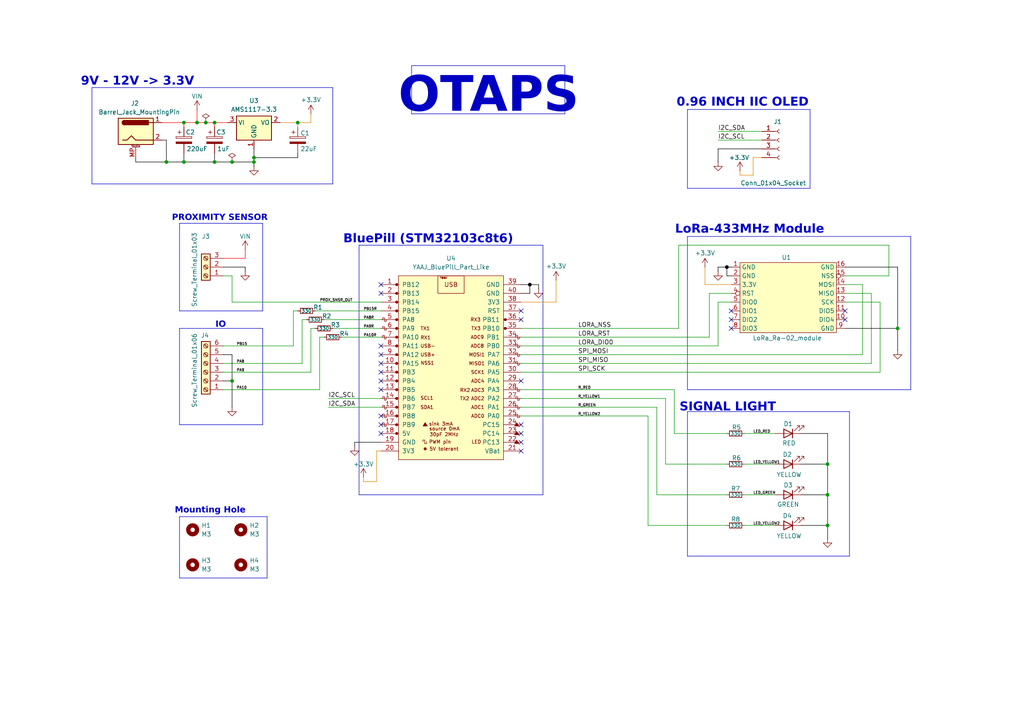
<source format=kicad_sch>
(kicad_sch (version 20231120) (generator "eeschema") (generator_version "8.0")
  (paper "A4")
  (title_block (title "OTAPS (Open Source Train Accident Prevention System)") (date "2024-07-18") (rev "1") (company "Ozonised") (comment 2 "License: GNU General Public License version 3") (comment 3 "GitHub: https://github.com/Ozonised/OTAPS") (comment 4 "Author: Farhan Khan"))
  (lib_symbols
    (symbol "Connector:Barrel_Jack_MountingPin" (pin_names hide)
      (property "Reference" "J" (at 0 5.334 0))
      (property "Value" "Barrel_Jack_MountingPin" (at 1.27 -6.35 0))
      (symbol "Barrel_Jack_MountingPin_0_1"
        (rectangle (start -5.08 3.81) (end 5.08 -3.81) (stroke (width 0.254)) (fill (type background)))
        (arc (start -3.302 3.175) (mid -3.9343 2.54) (end -3.302 1.905) (stroke (width 0.254)))
        (arc (start -3.302 3.175) (mid -3.9343 2.54) (end -3.302 1.905) (stroke (width 0.254)) (fill (type outline)))
        (polyline (pts (xy 5.08 2.54) (xy 3.81 2.54)) (stroke (width 0.254)))
        (polyline (pts (xy -3.81 -2.54) (xy -2.54 -2.54) (xy -1.27 -1.27) (xy 0 -2.54) (xy 2.54 -2.54) (xy 5.08 -2.54)) (stroke (width 0.254)))
        (rectangle (start 3.683 3.175) (end -3.302 1.905) (stroke (width 0.254)) (fill (type outline)))
      )
      (symbol "Barrel_Jack_MountingPin_1_1"
        (polyline (pts (xy -1.016 -4.572) (xy 1.016 -4.572)) (stroke (width 0.1524)))
        (text "Mounting" (at 0 -4.191 0) (effects (font (size 0.381 0.381))))
        (pin passive line (at 7.62 2.54 180) (length 2.54) (name "~") (number "1"))
        (pin passive line (at 7.62 -2.54 180) (length 2.54) (name "~") (number "2"))
        (pin passive line (at 0 -7.62 90) (length 3.048) (name "MountPin") (number "MP"))
      )
    )
    (symbol "Connector:Conn_01x04_Socket" (pin_names (offset 1.016) hide)
      (property "Reference" "J" (at 0 5.08 0))
      (property "Value" "Conn_01x04_Socket" (at 0 -7.62 0))
      (symbol "Conn_01x04_Socket_1_1"
        (arc (start 0 -4.572) (mid -0.5058 -5.08) (end 0 -5.588) (stroke (width 0.1524)))
        (arc (start 0 -2.032) (mid -0.5058 -2.54) (end 0 -3.048) (stroke (width 0.1524)))
        (polyline (pts (xy -1.27 -5.08) (xy -0.508 -5.08)) (stroke (width 0.1524)))
        (polyline (pts (xy -1.27 -2.54) (xy -0.508 -2.54)) (stroke (width 0.1524)))
        (polyline (pts (xy -1.27 0) (xy -0.508 0)) (stroke (width 0.1524)))
        (polyline (pts (xy -1.27 2.54) (xy -0.508 2.54)) (stroke (width 0.1524)))
        (arc (start 0 0.508) (mid -0.5058 0) (end 0 -0.508) (stroke (width 0.1524)))
        (arc (start 0 3.048) (mid -0.5058 2.54) (end 0 2.032) (stroke (width 0.1524)))
        (pin passive line (at -5.08 2.54 0) (length 3.81) (name "Pin_1") (number "1"))
        (pin passive line (at -5.08 0 0) (length 3.81) (name "Pin_2") (number "2"))
        (pin passive line (at -5.08 -2.54 0) (length 3.81) (name "Pin_3") (number "3"))
        (pin passive line (at -5.08 -5.08 0) (length 3.81) (name "Pin_4") (number "4"))
      )
    )
    (symbol "Connector:Screw_Terminal_01x03" (pin_names (offset 1.016) hide)
      (property "Reference" "J" (at 0 5.08 0))
      (property "Value" "Screw_Terminal_01x03" (at 0 -5.08 0))
      (symbol "Screw_Terminal_01x03_1_1"
        (rectangle (start -1.27 3.81) (end 1.27 -3.81) (stroke (width 0.254)) (fill (type background)))
        (circle (center 0 -2.54) (radius 0.635) (stroke (width 0.1524)))
        (polyline (pts (xy -0.5334 -2.2098) (xy 0.3302 -3.048)) (stroke (width 0.1524)))
        (polyline (pts (xy -0.5334 0.3302) (xy 0.3302 -0.508)) (stroke (width 0.1524)))
        (polyline (pts (xy -0.5334 2.8702) (xy 0.3302 2.032)) (stroke (width 0.1524)))
        (polyline (pts (xy -0.3556 -2.032) (xy 0.508 -2.8702)) (stroke (width 0.1524)))
        (polyline (pts (xy -0.3556 0.508) (xy 0.508 -0.3302)) (stroke (width 0.1524)))
        (polyline (pts (xy -0.3556 3.048) (xy 0.508 2.2098)) (stroke (width 0.1524)))
        (circle (center 0 0) (radius 0.635) (stroke (width 0.1524)))
        (circle (center 0 2.54) (radius 0.635) (stroke (width 0.1524)))
        (pin passive line (at -5.08 2.54 0) (length 3.81) (name "Pin_1") (number "1"))
        (pin passive line (at -5.08 0 0) (length 3.81) (name "Pin_2") (number "2"))
        (pin passive line (at -5.08 -2.54 0) (length 3.81) (name "Pin_3") (number "3"))
      )
    )
    (symbol "Connector:Screw_Terminal_01x06" (pin_names (offset 1.016) hide)
      (property "Reference" "J" (at 0 7.62 0))
      (property "Value" "Screw_Terminal_01x06" (at 0 -10.16 0))
      (symbol "Screw_Terminal_01x06_1_1"
        (rectangle (start -1.27 6.35) (end 1.27 -8.89) (stroke (width 0.254)) (fill (type background)))
        (circle (center 0 -7.62) (radius 0.635) (stroke (width 0.1524)))
        (circle (center 0 -5.08) (radius 0.635) (stroke (width 0.1524)))
        (circle (center 0 -2.54) (radius 0.635) (stroke (width 0.1524)))
        (polyline (pts (xy -0.5334 -7.2898) (xy 0.3302 -8.128)) (stroke (width 0.1524)))
        (polyline (pts (xy -0.5334 -4.7498) (xy 0.3302 -5.588)) (stroke (width 0.1524)))
        (polyline (pts (xy -0.5334 -2.2098) (xy 0.3302 -3.048)) (stroke (width 0.1524)))
        (polyline (pts (xy -0.5334 0.3302) (xy 0.3302 -0.508)) (stroke (width 0.1524)))
        (polyline (pts (xy -0.5334 2.8702) (xy 0.3302 2.032)) (stroke (width 0.1524)))
        (polyline (pts (xy -0.5334 5.4102) (xy 0.3302 4.572)) (stroke (width 0.1524)))
        (polyline (pts (xy -0.3556 -7.112) (xy 0.508 -7.9502)) (stroke (width 0.1524)))
        (polyline (pts (xy -0.3556 -4.572) (xy 0.508 -5.4102)) (stroke (width 0.1524)))
        (polyline (pts (xy -0.3556 -2.032) (xy 0.508 -2.8702)) (stroke (width 0.1524)))
        (polyline (pts (xy -0.3556 0.508) (xy 0.508 -0.3302)) (stroke (width 0.1524)))
        (polyline (pts (xy -0.3556 3.048) (xy 0.508 2.2098)) (stroke (width 0.1524)))
        (polyline (pts (xy -0.3556 5.588) (xy 0.508 4.7498)) (stroke (width 0.1524)))
        (circle (center 0 0) (radius 0.635) (stroke (width 0.1524)))
        (circle (center 0 2.54) (radius 0.635) (stroke (width 0.1524)))
        (circle (center 0 5.08) (radius 0.635) (stroke (width 0.1524)))
        (pin passive line (at -5.08 5.08 0) (length 3.81) (name "Pin_1") (number "1"))
        (pin passive line (at -5.08 2.54 0) (length 3.81) (name "Pin_2") (number "2"))
        (pin passive line (at -5.08 0 0) (length 3.81) (name "Pin_3") (number "3"))
        (pin passive line (at -5.08 -2.54 0) (length 3.81) (name "Pin_4") (number "4"))
        (pin passive line (at -5.08 -5.08 0) (length 3.81) (name "Pin_5") (number "5"))
        (pin passive line (at -5.08 -7.62 0) (length 3.81) (name "Pin_6") (number "6"))
      )
    )
    (symbol "Device:C_Polarized" (pin_numbers hide) (pin_names (offset 0.254))
      (property "Reference" "C" (at 0.635 2.54 0))
      (property "Value" "C_Polarized" (at 0.635 -2.54 0))
      (symbol "C_Polarized_0_1"
        (rectangle (start -2.286 0.508) (end 2.286 1.016))
        (polyline (pts (xy -1.778 2.286) (xy -0.762 2.286)))
        (polyline (pts (xy -1.27 2.794) (xy -1.27 1.778)))
        (rectangle (start 2.286 -0.508) (end -2.286 -1.016) (fill (type outline)))
      )
      (symbol "C_Polarized_1_1"
        (pin passive line (at 0 3.81 270) (length 2.794) (name "~") (number "1"))
        (pin passive line (at 0 -3.81 90) (length 2.794) (name "~") (number "2"))
      )
    )
    (symbol "Device:LED" (pin_numbers hide) (pin_names (offset 1.016) hide)
      (property "Reference" "D" (at 0 2.54 0))
      (property "Value" "LED" (at 0 -2.54 0))
      (symbol "LED_0_1"
        (polyline (pts (xy -1.27 -1.27) (xy -1.27 1.27)) (stroke (width 0.254)))
        (polyline (pts (xy -1.27 0) (xy 1.27 0)))
        (polyline (pts (xy 1.27 -1.27) (xy 1.27 1.27) (xy -1.27 0) (xy 1.27 -1.27)) (stroke (width 0.254)))
        (polyline (pts (xy -3.048 -0.762) (xy -4.572 -2.286) (xy -3.81 -2.286) (xy -4.572 -2.286) (xy -4.572 -1.524)))
        (polyline (pts (xy -1.778 -0.762) (xy -3.302 -2.286) (xy -2.54 -2.286) (xy -3.302 -2.286) (xy -3.302 -1.524)))
      )
      (symbol "LED_1_1"
        (pin passive line (at -3.81 0 0) (length 2.54) (name "K") (number "1"))
        (pin passive line (at 3.81 0 180) (length 2.54) (name "A") (number "2"))
      )
    )
    (symbol "Device:R_Small" (pin_numbers hide) (pin_names (offset 0.254) hide)
      (property "Reference" "R" (at 0.762 0.508 0))
      (property "Value" "R_Small" (at 0.762 -1.016 0))
      (symbol "R_Small_0_1"
        (rectangle (start -0.762 1.778) (end 0.762 -1.778) (stroke (width 0.2032)))
      )
      (symbol "R_Small_1_1"
        (pin passive line (at 0 2.54 270) (length 0.762) (name "~") (number "1"))
        (pin passive line (at 0 -2.54 90) (length 0.762) (name "~") (number "2"))
      )
    )
    (symbol "Lora Module:LoRa_Ra-02_module"
      (property "Reference" "U" (at 0 11.43 0))
      (property "Value" "LoRa_Ra-02_module" (at 0.508 -11.938 0))
      (symbol "LoRa_Ra-02_module_0_0"
        (pin power_in line (at -16.51 8.89 0) (length 2.54) (name "GND") (number "1"))
        (pin output line (at 16.51 -6.35 180) (length 2.54) (name "DIO4") (number "10"))
        (pin output line (at 16.51 -3.81 180) (length 2.54) (name "DIO5") (number "11"))
        (pin input line (at 16.51 -1.27 180) (length 2.54) (name "SCK") (number "12"))
        (pin output line (at 16.51 1.27 180) (length 2.54) (name "MISO") (number "13"))
        (pin input line (at 16.51 3.81 180) (length 2.54) (name "MOSI") (number "14"))
        (pin input inverted (at 16.51 6.35 180) (length 2.54) (name "NSS") (number "15"))
        (pin power_in line (at 16.51 8.89 180) (length 2.54) (name "GND") (number "16"))
        (pin power_in line (at -16.51 6.35 0) (length 2.54) (name "GND") (number "2"))
        (pin power_in line (at -16.51 3.81 0) (length 2.54) (name "3.3V") (number "3"))
        (pin input inverted (at -16.51 1.27 0) (length 2.54) (name "RST") (number "4"))
        (pin output line (at -16.51 -1.27 0) (length 2.54) (name "DIO0") (number "5"))
        (pin output line (at -16.51 -3.81 0) (length 2.54) (name "DIO1") (number "6"))
        (pin output line (at -16.51 -6.35 0) (length 2.54) (name "DIO2") (number "7"))
        (pin output line (at -16.51 -8.89 0) (length 2.54) (name "DIO3") (number "8"))
        (pin power_in line (at 16.51 -8.89 180) (length 2.54) (name "GND") (number "9"))
      )
      (symbol "LoRa_Ra-02_module_0_1"
        (rectangle (start -13.97 10.16) (end 13.97 -10.16) (fill (type background)))
      )
    )
    (symbol "Mechanical:MountingHole" (pin_names (offset 1.016)) (exclude_from_sim yes) (in_bom no)
      (property "Reference" "H" (at 0 5.08 0))
      (property "Value" "MountingHole" (at 0 3.175 0))
      (symbol "MountingHole_0_1"
        (circle (center 0 0) (radius 1.27) (stroke (width 1.27)))
      )
    )
    (symbol "Regulator_Linear:AMS1117-3.3"
      (property "Reference" "U" (at -3.81 3.175 0))
      (property "Value" "AMS1117-3.3" (at 0 3.175 0))
      (symbol "AMS1117-3.3_0_1"
        (rectangle (start -5.08 -5.08) (end 5.08 1.905) (stroke (width 0.254)) (fill (type background)))
      )
      (symbol "AMS1117-3.3_1_1"
        (pin power_in line (at 0 -7.62 90) (length 2.54) (name "GND") (number "1"))
        (pin power_out line (at 7.62 0 180) (length 2.54) (name "VO") (number "2"))
        (pin power_in line (at -7.62 0 0) (length 2.54) (name "VI") (number "3"))
      )
    )
    (symbol "STM32_BluePill:YAAJ_BluePill_Part_Like" (pin_names (offset 1.016))
      (property "Reference" "U" (at 0 27.178 0))
      (property "Value" "YAAJ_BluePill_Part_Like" (at 0 2.54 90))
      (symbol "YAAJ_BluePill_Part_Like_0_0"
        (circle (center -15.748 -20.32) (radius 0.3556) (fill (type outline)))
        (circle (center -15.748 -17.78) (radius 0.3556) (fill (type outline)))
        (circle (center -15.748 -15.24) (radius 0.3556) (fill (type outline)))
        (circle (center -15.748 -12.7) (radius 0.3556) (fill (type outline)))
        (circle (center -15.748 -10.16) (radius 0.3556) (fill (type outline)))
        (circle (center -15.748 -7.62) (radius 0.3556) (fill (type outline)))
        (circle (center -15.748 -5.08) (radius 0.3556) (fill (type outline)))
        (circle (center -15.748 -2.54) (radius 0.3556) (fill (type outline)))
        (circle (center -15.748 0) (radius 0.3556) (fill (type outline)))
        (circle (center -15.748 2.54) (radius 0.3556) (fill (type outline)))
        (circle (center -15.748 5.08) (radius 0.3556) (fill (type outline)))
        (circle (center -15.748 7.62) (radius 0.3556) (fill (type outline)))
        (circle (center -15.748 10.16) (radius 0.3556) (fill (type outline)))
        (circle (center -15.748 12.7) (radius 0.3556) (fill (type outline)))
        (circle (center -15.748 15.24) (radius 0.3556) (fill (type outline)))
        (circle (center -15.748 17.78) (radius 0.3556) (fill (type outline)))
        (circle (center -15.748 22.86) (radius 0.3556) (fill (type outline)))
        (circle (center -7.493 -24.765) (radius 0.127) (fill (type outline)))
        (circle (center -7.493 -24.765) (radius 0.254))
        (circle (center -7.493 -24.765) (radius 0.3556))
        (polyline (pts (xy -8.128 -18.161) (xy -7.493 -17.145) (xy -6.858 -18.161) (xy -8.128 -18.161) (xy -7.493 -17.272) (xy -6.985 -18.161) (xy -8.001 -18.034) (xy -7.493 -17.399) (xy -7.112 -18.161) (xy -7.874 -17.907) (xy -7.366 -17.526) (xy -7.239 -18.161) (xy -7.747 -17.78) (xy -7.239 -17.653) (xy -7.366 -18.034) (xy -7.62 -17.78) (xy -7.366 -17.907) (xy -7.493 -17.653)))
        (polyline (pts (xy 18.415 -23.241) (xy 19.05 -22.225) (xy 19.685 -23.241) (xy 18.415 -23.241) (xy 19.05 -22.352) (xy 19.558 -23.241) (xy 18.542 -23.114) (xy 19.05 -22.479) (xy 19.431 -23.241) (xy 18.669 -22.987) (xy 19.177 -22.606) (xy 19.304 -23.241) (xy 18.796 -22.86) (xy 19.304 -22.733) (xy 19.177 -23.114) (xy 18.923 -22.86) (xy 19.177 -22.987) (xy 19.05 -22.733)))
        (polyline (pts (xy 18.415 -20.701) (xy 19.05 -19.685) (xy 19.685 -20.701) (xy 18.415 -20.701) (xy 19.05 -19.812) (xy 19.558 -20.701) (xy 18.542 -20.574) (xy 19.05 -19.939) (xy 19.431 -20.701) (xy 18.669 -20.447) (xy 19.177 -20.066) (xy 19.304 -20.701) (xy 18.796 -20.32) (xy 19.304 -20.193) (xy 19.177 -20.574) (xy 18.923 -20.32) (xy 19.177 -20.447) (xy 19.05 -20.193)))
        (polyline (pts (xy 18.415 -18.161) (xy 19.05 -17.145) (xy 19.685 -18.161) (xy 18.415 -18.161) (xy 19.05 -17.272) (xy 19.558 -18.161) (xy 18.542 -18.034) (xy 19.05 -17.399) (xy 19.431 -18.161) (xy 18.669 -17.907) (xy 19.177 -17.526) (xy 19.304 -18.161) (xy 18.796 -17.78) (xy 19.304 -17.653) (xy 19.177 -18.034) (xy 18.923 -17.78) (xy 19.177 -17.907) (xy 19.05 -17.653)))
        (circle (center 15.748 10.16) (radius 0.254) (fill (type outline)))
        (circle (center 15.748 10.16) (radius 0.3556))
        (circle (center 15.748 12.7) (radius 0.254) (fill (type outline)))
        (circle (center 15.748 12.7) (radius 0.3556))
        (text "30pF 2MHz" (at -2.032 -20.574 0) (effects (font (size 0.9906 0.9906))))
        (text "5V tolerant" (at -2.032 -24.765 0) (effects (font (size 0.9906 0.9906))))
        (text "ADC0" (at 7.747 -15.24 0) (effects (font (size 0.9906 0.9906))))
        (text "ADC1" (at 7.747 -12.7 0) (effects (font (size 0.9906 0.9906))))
        (text "ADC2" (at 7.747 -10.16 0) (effects (font (size 0.9906 0.9906))))
        (text "ADC3" (at 7.747 -7.747 0) (effects (font (size 0.9906 0.9906))))
        (text "ADC4" (at 7.747 -5.08 0) (effects (font (size 0.9906 0.9906))))
        (text "ADC8" (at 7.62 5.08 0) (effects (font (size 0.9906 0.9906))))
        (text "ADC9" (at 7.62 7.62 0) (effects (font (size 0.9906 0.9906))))
        (text "LED" (at 7.366 -22.733 0) (effects (font (size 0.9906 0.9906))))
        (text "MISO1" (at 7.493 0 0) (effects (font (size 0.9906 0.9906))))
        (text "MOSI1" (at 7.493 2.54 0) (effects (font (size 0.9906 0.9906))))
        (text "NSS1" (at -6.858 0.127 0) (effects (font (size 0.9906 0.9906))))
        (text "PWM pin" (at -3.175 -22.733 0) (effects (font (size 0.9906 0.9906))))
        (text "RX1" (at -7.366 7.493 0) (effects (font (size 0.9906 0.9906))))
        (text "RX2" (at 4.064 -7.747 0) (effects (font (size 0.9906 0.9906))))
        (text "RX3" (at 7.112 12.7 0) (effects (font (size 0.9906 0.9906))))
        (text "SCK1" (at 7.747 -2.54 0) (effects (font (size 0.9906 0.9906))))
        (text "SCL1" (at -6.985 -10.033 0) (effects (font (size 0.9906 0.9906))))
        (text "SDA1" (at -6.985 -12.7 0) (effects (font (size 0.9906 0.9906))))
        (text "sink 3mA" (at -2.921 -17.526 0) (effects (font (size 0.9906 0.9906))))
        (text "source 0mA" (at -1.905 -18.923 0) (effects (font (size 0.9906 0.9906))))
        (text "TX1" (at -7.493 10.16 0) (effects (font (size 0.9906 0.9906))))
        (text "TX2" (at 3.937 -10.16 0) (effects (font (size 0.9906 0.9906))))
        (text "TX3" (at 7.239 10.16 0) (effects (font (size 0.9906 0.9906))))
        (text "USB" (at 0 22.86 0) (effects (font (size 1.27 1.27))))
        (text "USB+" (at -6.731 2.54 0) (effects (font (size 0.9906 0.9906))))
        (text "USB-" (at -6.731 5.08 0) (effects (font (size 0.9906 0.9906))))
        (text "Y@@J" (at -2.159 24.892 0) (effects (font (size 0.508 0.508))))
      )
      (symbol "YAAJ_BluePill_Part_Like_0_1"
        (rectangle (start -15.24 25.4) (end 15.24 -27.94) (fill (type background)))
        (polyline (pts (xy -18.796 -17.78) (xy -18.796 -18.288) (xy -19.304 -18.288) (xy -19.304 -17.272) (xy -19.812 -17.272) (xy -19.812 -17.78)))
        (polyline (pts (xy -18.796 -15.24) (xy -18.796 -15.748) (xy -19.304 -15.748) (xy -19.304 -14.732) (xy -19.812 -14.732) (xy -19.812 -15.24)))
        (polyline (pts (xy -18.796 -12.7) (xy -18.796 -13.208) (xy -19.304 -13.208) (xy -19.304 -12.192) (xy -19.812 -12.192) (xy -19.812 -12.7)))
        (polyline (pts (xy -18.796 -10.16) (xy -18.796 -10.668) (xy -19.304 -10.668) (xy -19.304 -9.652) (xy -19.812 -9.652) (xy -19.812 -10.16)))
        (polyline (pts (xy -18.796 7.62) (xy -18.796 7.112) (xy -19.304 7.112) (xy -19.304 8.128) (xy -19.812 8.128) (xy -19.812 7.62)))
        (polyline (pts (xy -18.796 10.16) (xy -18.796 9.652) (xy -19.304 9.652) (xy -19.304 10.668) (xy -19.812 10.668) (xy -19.812 10.16)))
        (polyline (pts (xy -18.796 12.7) (xy -18.796 12.192) (xy -19.304 12.192) (xy -19.304 13.208) (xy -19.812 13.208) (xy -19.812 12.7)))
        (polyline (pts (xy -7.112 -22.733) (xy -7.112 -23.241) (xy -7.62 -23.241) (xy -7.62 -22.225) (xy -8.128 -22.225) (xy -8.128 -22.733)))
        (polyline (pts (xy 19.812 -15.24) (xy 19.812 -15.748) (xy 19.304 -15.748) (xy 19.304 -14.732) (xy 18.796 -14.732) (xy 18.796 -15.24)))
        (polyline (pts (xy 19.812 -12.7) (xy 19.812 -13.208) (xy 19.304 -13.208) (xy 19.304 -12.192) (xy 18.796 -12.192) (xy 18.796 -12.7)))
        (polyline (pts (xy 19.812 -10.16) (xy 19.812 -10.668) (xy 19.304 -10.668) (xy 19.304 -9.652) (xy 18.796 -9.652) (xy 18.796 -10.16)))
        (polyline (pts (xy 19.812 -7.62) (xy 19.812 -8.128) (xy 19.304 -8.128) (xy 19.304 -7.112) (xy 18.796 -7.112) (xy 18.796 -7.62)))
        (polyline (pts (xy 19.812 0) (xy 19.812 -0.508) (xy 19.304 -0.508) (xy 19.304 0.508) (xy 18.796 0.508) (xy 18.796 0)))
        (polyline (pts (xy 19.812 2.54) (xy 19.812 2.032) (xy 19.304 2.032) (xy 19.304 3.048) (xy 18.796 3.048) (xy 18.796 2.54)))
        (polyline (pts (xy 19.812 5.08) (xy 19.812 4.572) (xy 19.304 4.572) (xy 19.304 5.588) (xy 18.796 5.588) (xy 18.796 5.08)))
        (polyline (pts (xy 19.812 7.62) (xy 19.812 7.112) (xy 19.304 7.112) (xy 19.304 8.128) (xy 18.796 8.128) (xy 18.796 7.62)))
        (rectangle (start 3.81 25.4) (end -3.81 20.32))
      )
      (symbol "YAAJ_BluePill_Part_Like_1_1"
        (circle (center -15.748 20.32) (radius 0.3556) (fill (type outline)))
        (pin bidirectional line (at -20.32 22.86 0) (length 5.08) (name "PB12") (number "1"))
        (pin bidirectional line (at -20.32 0 0) (length 5.08) (name "PA15") (number "10"))
        (pin bidirectional line (at -20.32 -2.54 0) (length 5.08) (name "PB3") (number "11"))
        (pin bidirectional line (at -20.32 -5.08 0) (length 5.08) (name "PB4") (number "12"))
        (pin bidirectional line (at -20.32 -7.62 0) (length 5.08) (name "PB5") (number "13"))
        (pin bidirectional line (at -20.32 -10.16 0) (length 5.08) (name "PB6") (number "14"))
        (pin bidirectional line (at -20.32 -12.7 0) (length 5.08) (name "PB7") (number "15"))
        (pin bidirectional line (at -20.32 -15.24 0) (length 5.08) (name "PB8") (number "16"))
        (pin bidirectional line (at -20.32 -17.78 0) (length 5.08) (name "PB9") (number "17"))
        (pin power_in line (at -20.32 -20.32 0) (length 5.08) (name "5V") (number "18"))
        (pin power_in line (at -20.32 -22.86 0) (length 5.08) (name "GND") (number "19"))
        (pin bidirectional line (at -20.32 20.32 0) (length 5.08) (name "PB13") (number "2"))
        (pin power_in line (at -20.32 -25.4 0) (length 5.08) (name "3V3") (number "20"))
        (pin power_in line (at 20.32 -25.4 180) (length 5.08) (name "VBat") (number "21"))
        (pin bidirectional line (at 20.32 -22.86 180) (length 5.08) (name "PC13") (number "22"))
        (pin bidirectional line (at 20.32 -20.32 180) (length 5.08) (name "PC14") (number "23"))
        (pin bidirectional line (at 20.32 -17.78 180) (length 5.08) (name "PC15") (number "24"))
        (pin bidirectional line (at 20.32 -15.24 180) (length 5.08) (name "PA0") (number "25"))
        (pin bidirectional line (at 20.32 -12.7 180) (length 5.08) (name "PA1") (number "26"))
        (pin bidirectional line (at 20.32 -10.16 180) (length 5.08) (name "PA2") (number "27"))
        (pin bidirectional line (at 20.32 -7.62 180) (length 5.08) (name "PA3") (number "28"))
        (pin bidirectional line (at 20.32 -5.08 180) (length 5.08) (name "PA4") (number "29"))
        (pin bidirectional line (at -20.32 17.78 0) (length 5.08) (name "PB14") (number "3"))
        (pin bidirectional line (at 20.32 -2.54 180) (length 5.08) (name "PA5") (number "30"))
        (pin bidirectional line (at 20.32 0 180) (length 5.08) (name "PA6") (number "31"))
        (pin bidirectional line (at 20.32 2.54 180) (length 5.08) (name "PA7") (number "32"))
        (pin bidirectional line (at 20.32 5.08 180) (length 5.08) (name "PB0") (number "33"))
        (pin bidirectional line (at 20.32 7.62 180) (length 5.08) (name "PB1") (number "34"))
        (pin bidirectional line (at 20.32 10.16 180) (length 5.08) (name "PB10") (number "35"))
        (pin bidirectional line (at 20.32 12.7 180) (length 5.08) (name "PB11") (number "36"))
        (pin input line (at 20.32 15.24 180) (length 5.08) (name "RST") (number "37"))
        (pin power_in line (at 20.32 17.78 180) (length 5.08) (name "3V3") (number "38"))
        (pin power_in line (at 20.32 22.86 180) (length 5.08) (name "GND") (number "39"))
        (pin bidirectional line (at -20.32 15.24 0) (length 5.08) (name "PB15") (number "4"))
        (pin power_in line (at 20.32 20.32 180) (length 5.08) (name "GND") (number "40"))
        (pin bidirectional line (at -20.32 12.7 0) (length 5.08) (name "PA8") (number "5"))
        (pin bidirectional line (at -20.32 10.16 0) (length 5.08) (name "PA9") (number "6"))
        (pin bidirectional line (at -20.32 7.62 0) (length 5.08) (name "PA10") (number "7"))
        (pin bidirectional line (at -20.32 5.08 0) (length 5.08) (name "PA11") (number "8"))
        (pin bidirectional line (at -20.32 2.54 0) (length 5.08) (name "PA12") (number "9"))
      )
    )
    (symbol "power:+3.3V" (power) (pin_numbers hide) (pin_names (offset 0) hide)
      (property "Value" "+3.3V" (at 0 3.556 0))
      (symbol "+3.3V_0_1"
        (polyline (pts (xy -0.762 1.27) (xy 0 2.54)))
        (polyline (pts (xy 0 0) (xy 0 2.54)))
        (polyline (pts (xy 0 2.54) (xy 0.762 1.27)))
      )
      (symbol "+3.3V_1_1"
        (pin power_in line (at 0 0 90) (length 0) (name "~") (number "1"))
      )
    )
    (symbol "power:GND" (power) (pin_numbers hide) (pin_names (offset 0) hide)
      (property "Value" "GND" (at 0 -3.81 0))
      (symbol "GND_0_1"
        (polyline (pts (xy 0 0) (xy 0 -1.27) (xy 1.27 -1.27) (xy 0 -2.54) (xy -1.27 -1.27) (xy 0 -1.27)))
      )
      (symbol "GND_1_1"
        (pin power_in line (at 0 0 270) (length 0) (name "~") (number "1"))
      )
    )
    (symbol "power:PWR_FLAG" (power) (pin_numbers hide) (pin_names (offset 0) hide)
      (property "Value" "PWR_FLAG" (at 0 3.81 0))
      (symbol "PWR_FLAG_0_0"
        (pin power_out line (at 0 0 90) (length 0) (name "~") (number "1"))
      )
      (symbol "PWR_FLAG_0_1"
        (polyline (pts (xy 0 0) (xy 0 1.27) (xy -1.016 1.905) (xy 0 2.54) (xy 1.016 1.905) (xy 0 1.27)))
      )
    )
    (symbol "power:VCC" (power) (pin_numbers hide) (pin_names (offset 0) hide)
      (property "Value" "VCC" (at 0 3.556 0))
      (symbol "VCC_0_1"
        (polyline (pts (xy -0.762 1.27) (xy 0 2.54)))
        (polyline (pts (xy 0 0) (xy 0 2.54)))
        (polyline (pts (xy 0 2.54) (xy 0.762 1.27)))
      )
      (symbol "VCC_1_1"
        (pin power_in line (at 0 0 90) (length 0) (name "~") (number "1"))
      )
    )
  )
  (junction (at 86.36 35.56))
  (junction (at 240.03 143.51))
  (junction (at 260.35 95.25))
  (junction (at 73.66 45.72))
  (junction (at 53.34 35.56))
  (junction (at 57.15 35.56))
  (junction (at 48.26 46.99))
  (junction (at 153.67 82.55) (color 0 0 0 1))
  (junction (at 62.23 35.56))
  (junction (at 240.03 152.4))
  (junction (at 67.31 110.49))
  (junction (at 73.66 46.99))
  (junction (at 240.03 134.62))
  (junction (at 67.31 46.99))
  (junction (at 62.23 46.99))
  (junction (at 53.34 46.99))
  (junction (at 59.69 35.56))
  (junction (at 210.82 77.47) (color 0 0 0 1))
  (no_connect (at 110.49 110.49))
  (no_connect (at 110.49 125.73))
  (no_connect (at 151.13 125.73))
  (no_connect (at 110.49 85.09))
  (no_connect (at 110.49 123.19))
  (no_connect (at 212.09 95.25))
  (no_connect (at 110.49 82.55))
  (no_connect (at 110.49 113.03))
  (no_connect (at 245.11 90.17))
  (no_connect (at 110.49 102.87))
  (no_connect (at 110.49 120.65))
  (no_connect (at 212.09 92.71))
  (no_connect (at 151.13 92.71))
  (no_connect (at 110.49 100.33))
  (no_connect (at 151.13 130.81))
  (no_connect (at 151.13 128.27))
  (no_connect (at 245.11 92.71))
  (no_connect (at 110.49 107.95))
  (no_connect (at 151.13 90.17))
  (no_connect (at 110.49 105.41))
  (no_connect (at 151.13 123.19))
  (no_connect (at 151.13 110.49))
  (no_connect (at 212.09 90.17))
  (wire (pts (xy 151.13 100.33) (xy 208.28 100.33)))
  (wire (pts (xy 204.47 77.47) (xy 204.47 82.55)) (stroke (width 0) (color 221 133 0 1)))
  (wire (pts (xy 193.04 115.57) (xy 193.04 134.62)))
  (wire (pts (xy 193.04 134.62) (xy 210.82 134.62)))
  (wire (pts (xy 232.41 125.73) (xy 240.03 125.73)) (stroke (width 0) (color 0 0 0 1)))
  (polyline (pts (xy 264.16 113.03) (xy 264.16 68.58)))
  (wire (pts (xy 208.28 43.18) (xy 220.98 43.18)) (stroke (width 0) (color 0 0 0 1)))
  (polyline (pts (xy 234.95 54.61) (xy 234.95 31.75)))
  (wire (pts (xy 215.9 134.62) (xy 224.79 134.62)))
  (wire (pts (xy 161.29 81.28) (xy 161.29 87.63)) (stroke (width 0) (color 221 133 0 1)))
  (wire (pts (xy 87.63 92.71) (xy 87.63 105.41)))
  (wire (pts (xy 240.03 125.73) (xy 240.03 134.62)) (stroke (width 0) (color 0 0 0 1)))
  (polyline (pts (xy 96.52 25.4) (xy 96.52 53.34)))
  (wire (pts (xy 156.21 82.55) (xy 156.21 83.82)) (stroke (width 0) (color 0 0 0 1)))
  (wire (pts (xy 62.23 46.99) (xy 67.31 46.99)) (stroke (width 0) (color 0 0 0 1)))
  (wire (pts (xy 204.47 82.55) (xy 212.09 82.55)) (stroke (width 0) (color 221 133 0 1)))
  (wire (pts (xy 93.98 92.71) (xy 110.49 92.71)))
  (polyline (pts (xy 199.39 113.03) (xy 264.16 113.03)))
  (wire (pts (xy 95.25 115.57) (xy 110.49 115.57)))
  (polyline (pts (xy 199.39 68.58) (xy 199.39 113.03)))
  (wire (pts (xy 151.13 82.55) (xy 153.67 82.55)) (stroke (width 0) (color 0 0 0 1)))
  (polyline (pts (xy 76.2 95.25) (xy 76.2 123.19)))
  (wire (pts (xy 109.22 139.7) (xy 105.41 139.7)) (stroke (width 0) (color 221 133 0 1)))
  (polyline (pts (xy 199.39 31.75) (xy 199.39 54.61)))
  (wire (pts (xy 91.44 95.25) (xy 90.17 95.25)))
  (polyline (pts (xy 52.07 95.25) (xy 76.2 95.25)))
  (wire (pts (xy 210.82 152.4) (xy 187.96 152.4)))
  (wire (pts (xy 240.03 134.62) (xy 240.03 143.51)) (stroke (width 0) (color 0 0 0 1)))
  (polyline (pts (xy 163.83 19.05) (xy 163.83 33.02)))
  (wire (pts (xy 62.23 35.56) (xy 62.23 36.83)) (stroke (width 0) (color 255 0 0 1)))
  (polyline (pts (xy 52.07 167.64) (xy 77.47 167.64)))
  (wire (pts (xy 92.71 113.03) (xy 92.71 97.79)))
  (polyline (pts (xy 163.83 33.02) (xy 119.38 33.02)))
  (wire (pts (xy 71.12 74.93) (xy 64.77 74.93)) (stroke (width 0) (color 255 0 0 1)))
  (wire (pts (xy 257.81 71.12) (xy 257.81 80.01)))
  (wire (pts (xy 151.13 118.11) (xy 190.5 118.11)))
  (wire (pts (xy 67.31 80.01) (xy 67.31 87.63)))
  (wire (pts (xy 105.41 139.7) (xy 105.41 138.43)) (stroke (width 0) (color 221 133 0 1)))
  (wire (pts (xy 245.11 80.01) (xy 257.81 80.01)))
  (polyline (pts (xy 52.07 64.77) (xy 52.07 66.04)))
  (wire (pts (xy 53.34 46.99) (xy 48.26 46.99)) (stroke (width 0) (color 0 0 0 1)))
  (wire (pts (xy 57.15 31.75) (xy 57.15 35.56)) (stroke (width 0) (color 255 0 0 1)))
  (wire (pts (xy 250.19 82.55) (xy 245.11 82.55)))
  (polyline (pts (xy 77.47 167.64) (xy 77.47 149.86)))
  (wire (pts (xy 39.37 46.99) (xy 48.26 46.99)) (stroke (width 0) (color 0 0 0 1)))
  (wire (pts (xy 260.35 95.25) (xy 260.35 101.6)) (stroke (width 0) (color 0 0 0 1)))
  (wire (pts (xy 218.44 45.72) (xy 218.44 50.8)) (stroke (width 0) (color 221 133 0 1)))
  (polyline (pts (xy 104.14 71.12) (xy 104.14 72.39)))
  (polyline (pts (xy 104.14 143.51) (xy 157.48 143.51)))
  (polyline (pts (xy 234.95 31.75) (xy 199.39 31.75)))
  (wire (pts (xy 232.41 143.51) (xy 240.03 143.51)) (stroke (width 0) (color 0 0 0 1)))
  (wire (pts (xy 196.85 71.12) (xy 257.81 71.12)))
  (wire (pts (xy 151.13 97.79) (xy 205.74 97.79)))
  (wire (pts (xy 212.09 87.63) (xy 208.28 87.63)))
  (wire (pts (xy 255.27 87.63) (xy 255.27 107.95)))
  (wire (pts (xy 64.77 100.33) (xy 85.09 100.33)))
  (wire (pts (xy 64.77 105.41) (xy 87.63 105.41)))
  (wire (pts (xy 210.82 77.47) (xy 212.09 77.47)) (stroke (width 0) (color 0 0 0 1)))
  (wire (pts (xy 67.31 46.99) (xy 73.66 46.99)) (stroke (width 0) (color 0 0 0 1)))
  (wire (pts (xy 151.13 87.63) (xy 161.29 87.63)) (stroke (width 0) (color 221 133 0 1)))
  (polyline (pts (xy 104.14 72.39) (xy 104.14 143.51)))
  (wire (pts (xy 90.17 35.56) (xy 86.36 35.56)) (stroke (width 0) (color 221 133 0 1)))
  (wire (pts (xy 73.66 43.18) (xy 73.66 45.72)) (stroke (width 0) (color 0 0 0 1)))
  (wire (pts (xy 187.96 152.4) (xy 187.96 120.65)))
  (wire (pts (xy 53.34 44.45) (xy 53.34 46.99)) (stroke (width 0) (color 0 0 0 1)))
  (wire (pts (xy 151.13 102.87) (xy 250.19 102.87)))
  (wire (pts (xy 67.31 110.49) (xy 67.31 118.11)) (stroke (width 0) (color 0 0 0 1)))
  (polyline (pts (xy 119.38 19.05) (xy 119.38 33.02)))
  (wire (pts (xy 99.06 97.79) (xy 110.49 97.79)))
  (wire (pts (xy 86.36 35.56) (xy 81.28 35.56)) (stroke (width 0) (color 221 133 0 1)))
  (wire (pts (xy 90.17 95.25) (xy 90.17 107.95)))
  (wire (pts (xy 245.11 87.63) (xy 255.27 87.63)))
  (wire (pts (xy 73.66 46.99) (xy 73.66 48.26)) (stroke (width 0) (color 0 0 0 1)))
  (wire (pts (xy 245.11 85.09) (xy 252.73 85.09)))
  (polyline (pts (xy 199.39 68.58) (xy 264.16 68.58)))
  (wire (pts (xy 240.03 143.51) (xy 240.03 152.4)) (stroke (width 0) (color 0 0 0 1)))
  (wire (pts (xy 64.77 102.87) (xy 67.31 102.87)) (stroke (width 0) (color 0 0 0 1)))
  (wire (pts (xy 151.13 95.25) (xy 196.85 95.25)))
  (polyline (pts (xy 96.52 53.34) (xy 26.67 53.34)))
  (polyline (pts (xy 76.2 123.19) (xy 52.07 123.19)))
  (wire (pts (xy 245.11 77.47) (xy 260.35 77.47)) (stroke (width 0) (color 0 0 0 1)))
  (wire (pts (xy 90.17 33.02) (xy 90.17 35.56)) (stroke (width 0) (color 221 133 0 1)))
  (wire (pts (xy 212.09 80.01) (xy 210.82 80.01)) (stroke (width 0) (color 0 0 0 1)))
  (wire (pts (xy 151.13 85.09) (xy 153.67 85.09)) (stroke (width 0) (color 0 0 0 1)))
  (wire (pts (xy 46.99 35.56) (xy 53.34 35.56)) (stroke (width 0) (color 255 0 0 1)))
  (wire (pts (xy 86.36 44.45) (xy 86.36 45.72)) (stroke (width 0) (color 0 0 0 1)))
  (wire (pts (xy 205.74 85.09) (xy 212.09 85.09)))
  (wire (pts (xy 95.25 118.11) (xy 110.49 118.11)))
  (wire (pts (xy 90.17 107.95) (xy 64.77 107.95)))
  (wire (pts (xy 71.12 77.47) (xy 64.77 77.47)) (stroke (width 0) (color 0 0 0 1)))
  (polyline (pts (xy 199.39 119.38) (xy 199.39 161.29)))
  (wire (pts (xy 240.03 152.4) (xy 240.03 156.21)) (stroke (width 0) (color 0 0 0 1)))
  (wire (pts (xy 62.23 35.56) (xy 66.04 35.56)) (stroke (width 0) (color 255 0 0 1)))
  (wire (pts (xy 85.09 100.33) (xy 85.09 90.17)))
  (wire (pts (xy 92.71 97.79) (xy 93.98 97.79)))
  (wire (pts (xy 190.5 143.51) (xy 210.82 143.51)))
  (wire (pts (xy 109.22 130.81) (xy 109.22 139.7)) (stroke (width 0) (color 221 133 0 1)))
  (polyline (pts (xy 52.07 66.04) (xy 52.07 90.17)))
  (wire (pts (xy 195.58 125.73) (xy 210.82 125.73)))
  (wire (pts (xy 220.98 45.72) (xy 218.44 45.72)) (stroke (width 0) (color 221 133 0 1)))
  (wire (pts (xy 67.31 80.01) (xy 64.77 80.01)))
  (wire (pts (xy 71.12 77.47) (xy 71.12 78.74)) (stroke (width 0) (color 0 0 0 1)))
  (polyline (pts (xy 199.39 119.38) (xy 246.38 119.38)))
  (wire (pts (xy 151.13 120.65) (xy 187.96 120.65)))
  (wire (pts (xy 39.37 46.99) (xy 39.37 45.72)) (stroke (width 0) (color 0 0 0 1)))
  (polyline (pts (xy 246.38 161.29) (xy 246.38 119.38)))
  (wire (pts (xy 110.49 130.81) (xy 109.22 130.81)) (stroke (width 0) (color 221 133 0 1)))
  (polyline (pts (xy 119.38 19.05) (xy 163.83 19.05)))
  (wire (pts (xy 62.23 44.45) (xy 62.23 46.99)) (stroke (width 0) (color 0 0 0 1)))
  (wire (pts (xy 208.28 38.1) (xy 220.98 38.1)))
  (wire (pts (xy 73.66 45.72) (xy 73.66 46.99)) (stroke (width 0) (color 0 0 0 1)))
  (wire (pts (xy 64.77 113.03) (xy 92.71 113.03)))
  (wire (pts (xy 87.63 92.71) (xy 88.9 92.71)))
  (wire (pts (xy 208.28 78.74) (xy 208.28 77.47)) (stroke (width 0) (color 0 0 0 1)))
  (wire (pts (xy 208.28 77.47) (xy 210.82 77.47)) (stroke (width 0) (color 0 0 0 1)))
  (wire (pts (xy 252.73 85.09) (xy 252.73 105.41)))
  (polyline (pts (xy 199.39 161.29) (xy 246.38 161.29)))
  (wire (pts (xy 151.13 115.57) (xy 193.04 115.57)))
  (polyline (pts (xy 26.67 25.4) (xy 26.67 53.34)))
  (wire (pts (xy 151.13 105.41) (xy 252.73 105.41)))
  (polyline (pts (xy 52.07 95.25) (xy 52.07 123.19)))
  (wire (pts (xy 190.5 118.11) (xy 190.5 143.51)))
  (wire (pts (xy 208.28 40.64) (xy 220.98 40.64)))
  (wire (pts (xy 85.09 90.17) (xy 86.36 90.17)))
  (wire (pts (xy 205.74 97.79) (xy 205.74 85.09)))
  (wire (pts (xy 91.44 90.17) (xy 110.49 90.17)))
  (wire (pts (xy 48.26 40.64) (xy 46.99 40.64)) (stroke (width 0) (color 0 0 0 1)))
  (wire (pts (xy 208.28 46.99) (xy 208.28 43.18)) (stroke (width 0) (color 0 0 0 1)))
  (wire (pts (xy 215.9 143.51) (xy 224.79 143.51)))
  (wire (pts (xy 232.41 152.4) (xy 240.03 152.4)) (stroke (width 0) (color 0 0 0 1)))
  (polyline (pts (xy 157.48 71.12) (xy 104.14 71.12)))
  (wire (pts (xy 250.19 102.87) (xy 250.19 82.55)))
  (wire (pts (xy 260.35 77.47) (xy 260.35 95.25)) (stroke (width 0) (color 0 0 0 1)))
  (wire (pts (xy 153.67 85.09) (xy 153.67 82.55)) (stroke (width 0) (color 0 0 0 1)))
  (wire (pts (xy 215.9 152.4) (xy 224.79 152.4)))
  (wire (pts (xy 196.85 95.25) (xy 196.85 71.12)))
  (wire (pts (xy 102.87 128.27) (xy 110.49 128.27)) (stroke (width 0) (color 0 0 0 1)))
  (wire (pts (xy 214.63 49.53) (xy 214.63 50.8)) (stroke (width 0) (color 221 133 0 1)))
  (wire (pts (xy 64.77 110.49) (xy 67.31 110.49)) (stroke (width 0) (color 0 0 0 1)))
  (wire (pts (xy 71.12 72.39) (xy 71.12 74.93)) (stroke (width 0) (color 255 0 0 1)))
  (wire (pts (xy 151.13 107.95) (xy 255.27 107.95)))
  (wire (pts (xy 208.28 87.63) (xy 208.28 100.33)))
  (wire (pts (xy 86.36 35.56) (xy 86.36 36.83)) (stroke (width 0) (color 221 133 0 1)))
  (wire (pts (xy 53.34 35.56) (xy 53.34 36.83)) (stroke (width 0) (color 255 0 0 1)))
  (wire (pts (xy 218.44 50.8) (xy 214.63 50.8)) (stroke (width 0) (color 221 133 0 1)))
  (polyline (pts (xy 52.07 90.17) (xy 76.2 90.17)))
  (wire (pts (xy 59.69 35.56) (xy 62.23 35.56)) (stroke (width 0) (color 255 0 0 1)))
  (polyline (pts (xy 76.2 90.17) (xy 76.2 64.77)))
  (polyline (pts (xy 52.07 149.86) (xy 52.07 167.64)))
  (wire (pts (xy 195.58 113.03) (xy 195.58 125.73)))
  (wire (pts (xy 232.41 134.62) (xy 240.03 134.62)) (stroke (width 0) (color 0 0 0 1)))
  (wire (pts (xy 73.66 45.72) (xy 86.36 45.72)) (stroke (width 0) (color 0 0 0 1)))
  (polyline (pts (xy 157.48 143.51) (xy 157.48 71.12)))
  (polyline (pts (xy 76.2 64.77) (xy 52.07 64.77)))
  (wire (pts (xy 67.31 87.63) (xy 110.49 87.63)))
  (wire (pts (xy 53.34 35.56) (xy 57.15 35.56)) (stroke (width 0) (color 255 0 0 1)))
  (wire (pts (xy 151.13 113.03) (xy 195.58 113.03)))
  (wire (pts (xy 110.49 95.25) (xy 96.52 95.25)))
  (wire (pts (xy 102.87 129.54) (xy 102.87 128.27)) (stroke (width 0) (color 0 0 0 1)))
  (wire (pts (xy 48.26 40.64) (xy 48.26 46.99)) (stroke (width 0) (color 0 0 0 1)))
  (wire (pts (xy 215.9 125.73) (xy 224.79 125.73)))
  (wire (pts (xy 210.82 80.01) (xy 210.82 77.47)) (stroke (width 0) (color 0 0 0 1)))
  (wire (pts (xy 67.31 102.87) (xy 67.31 110.49)) (stroke (width 0) (color 0 0 0 1)))
  (polyline (pts (xy 199.39 54.61) (xy 234.95 54.61)))
  (wire (pts (xy 153.67 82.55) (xy 156.21 82.55)) (stroke (width 0) (color 0 0 0 1)))
  (wire (pts (xy 245.11 95.25) (xy 260.35 95.25)) (stroke (width 0) (color 0 0 0 1)))
  (wire (pts (xy 57.15 35.56) (xy 59.69 35.56)) (stroke (width 0) (color 255 0 0 1)))
  (polyline (pts (xy 52.07 149.86) (xy 77.47 149.86)))
  (polyline (pts (xy 26.67 25.4) (xy 96.52 25.4)))
  (wire (pts (xy 53.34 46.99) (xy 62.23 46.99)) (stroke (width 0) (color 0 0 0 1)))
  (text "IO" (at 64.008 94.742 0) (effects (font (size 1.778 1.778) (thickness 0.508) (bold yes))))
  (text "LoRa-433MHz Module" (at 217.424 67.31 0) (effects (font (size 2.54 2.54) (thickness 0.508) (bold yes))))
  (text "SIGNAL LIGHT" (at 211.074 118.872 0) (effects (font (size 2.54 2.54) (thickness 0.508) (bold yes))))
  (text "9V - 12V -> 3.3V" (at 39.878 24.384 0) (effects (font (size 2.54 2.54) (thickness 0.508) (bold yes))))
  (text "0.96 INCH IIC OLED" (at 215.392 30.48 0) (effects (font (size 2.54 2.54) (thickness 0.508) (bold yes))))
  (text "BluePill (STM32103c8t6)" (at 124.206 70.104 0) (effects (font (size 2.54 2.54) (thickness 0.508) (bold yes))))
  (text "OTAPS" (at 141.732 30.734 0) (effects (font (size 10.16 10.16) (thickness 0.508) (bold yes))))
  (text "Mounting Hole" (at 60.96 148.59 0) (effects (font (size 1.778 1.778) (thickness 0.508) (bold yes))))
  (text "PROXIMITY SENSOR\n" (at 63.754 63.754 0) (effects (font (size 1.778 1.778) (thickness 0.508) (bold yes))))
  (label "LED_GREEN" (at 218.44 143.51 0) (effects (font (size 0.762 0.762))))
  (label "R_YELLOW1" (at 167.64 115.57 0) (effects (font (size 0.762 0.762))))
  (label "PB15" (at 68.58 100.33 0) (effects (font (size 0.762 0.762))))
  (label "I2C_SCL" (at 95.25 115.57 0))
  (label "LORA_NSS" (at 167.64 95.25 0))
  (label "PA10" (at 68.58 113.03 0) (effects (font (size 0.762 0.762))))
  (label "PB15R" (at 105.41 90.17 0) (effects (font (size 0.762 0.762))))
  (label "R_GREEN" (at 167.64 118.11 0) (effects (font (size 0.762 0.762))))
  (label "PROX_SNSR_OUT" (at 92.71 87.63 0) (effects (font (size 0.762 0.762))))
  (label "PA9R" (at 105.41 95.25 0) (effects (font (size 0.762 0.762))))
  (label "SPI_SCK" (at 167.64 107.95 0))
  (label "LED_RED" (at 218.44 125.73 0) (effects (font (size 0.762 0.762))))
  (label "I2C_SDA" (at 208.28 38.1 0))
  (label "PA8R" (at 105.41 92.71 0) (effects (font (size 0.762 0.762))))
  (label "PA8" (at 68.58 105.41 0) (effects (font (size 0.762 0.762))))
  (label "LED_YELLOW2" (at 218.44 152.4 0) (effects (font (size 0.762 0.762))))
  (label "LORA_RST" (at 167.64 97.79 0))
  (label "R_RED" (at 167.64 113.03 0) (effects (font (size 0.762 0.762))))
  (label "R_YELLOW2" (at 167.64 120.65 0) (effects (font (size 0.762 0.762))))
  (label "I2C_SDA" (at 95.25 118.11 0))
  (label "I2C_SCL" (at 208.28 40.64 0))
  (label "SPI_MOSI" (at 167.64 102.87 0))
  (label "PA9" (at 68.58 107.95 0) (effects (font (size 0.762 0.762))))
  (label "LED_YELLOW1" (at 218.44 134.62 0) (effects (font (size 0.762 0.762))))
  (label "LORA_DIO0" (at 167.64 100.33 0))
  (label "PA10R" (at 105.41 97.79 0) (effects (font (size 0.762 0.762))))
  (label "SPI_MISO" (at 167.64 105.41 0))
  (symbol (lib_id "Device:C_Polarized") (at 62.23 40.64 0) (unit 1)
    (property "Reference" "C3" (at 62.738 38.354 0) (effects (justify left)))
    (property "Value" "1uF" (at 62.992 43.18 0) (effects (justify left)))
    (property "Footprint" "Capacitor_SMD:C_1206_3216Metric_Pad1.33x1.80mm_HandSolder" (effects (hide yes)))
    (property "Description" "Polarized capacitor" (effects (hide yes)))
    (property "Vendor Link" "https://robu.in/product/umk316bj105kd-t-taiyo-yuden-ceramic-capacitor-1uf-50v-x5r-10-1206/" (effects (hide yes)))
  )
  (symbol (lib_id "Device:R_Small") (at 213.36 134.62 90) (unit 1)
    (property "Reference" "R6" (at 213.614 132.842 90))
    (property "Value" "330" (at 213.36 134.62 90) (effects (font (size 1.016 1.016))))
    (property "Footprint" "Resistor_SMD:R_0603_1608Metric" (effects (hide yes)))
    (property "Description" "Resistor, small symbol" (effects (hide yes)))
    (property "Vendor Link" "https://robu.in/product/330-ohm-1-4w-0603-surface-mount-chip-resistor-pack-of-100/" (effects (hide yes)))
  )
  (symbol (lib_id "Device:LED") (at 228.6 134.62 180) (unit 1)
    (property "Reference" "D2" (at 228.346 131.826 0))
    (property "Value" "YELLOW" (at 228.854 137.668 0))
    (property "Footprint" "LED_THT:LED_D3.0mm" (effects (hide yes)))
    (property "Description" "Light emitting diode" (effects (hide yes)))
    (property "Vendor Link" "https://robu.in/product/orange-100pcs-5-colors-f3mm-led-kit/" (effects (hide yes)))
  )
  (symbol (lib_id "power:VCC") (at 71.12 72.39 0) (unit 1)
    (property "Reference" "#PWR013" (effects (hide yes)))
    (property "Value" "VIN" (at 71.12 68.58 0))
    (property "Description" "Power symbol creates a global label with name \"VCC\"" (effects (hide yes)))
  )
  (symbol (lib_id "Connector:Screw_Terminal_01x03") (at 59.69 77.47 180) (unit 1)
    (property "Reference" "J3" (at 59.69 68.58 0))
    (property "Value" "Screw_Terminal_01x03" (at 56.388 78.232 90))
    (property "Footprint" "Screw_Terminal_01x03:Screw_Terminal_01x03" (effects (hide yes)))
    (property "Description" "Generic screw terminal, single row, 01x03, script generated (kicad-library-utils/schlib/autogen/connector/)" (effects (hide yes)))
    (property "Vendor Link" "https://robu.in/product/kf301-3-pin-5-08mm-pitch-plug-in-screw-terminal-block-connector-pack-of-5/" (effects (hide yes)))
  )
  (symbol (lib_id "Mechanical:MountingHole") (at 69.85 153.67 0) (unit 1) (exclude_from_sim yes) (in_bom no)
    (property "Reference" "H2" (at 72.39 152.3999 0) (effects (justify left)))
    (property "Value" "M3" (at 72.39 154.9399 0) (effects (justify left)))
    (property "Footprint" "MountingHole:MountingHole_3.2mm_M3" (effects (hide yes)))
    (property "Description" "Mounting Hole without connection" (effects (hide yes)))
  )
  (symbol (lib_id "power:GND") (at 208.28 46.99 0) (unit 1)
    (property "Reference" "#PWR09" (effects (hide yes)))
    (property "Value" "GND" (effects (hide yes)))
    (property "Description" "Power symbol creates a global label with name \"GND\" , ground" (effects (hide yes)))
  )
  (symbol (lib_id "Device:R_Small") (at 213.36 143.51 90) (unit 1)
    (property "Reference" "R7" (at 213.36 141.732 90))
    (property "Value" "330" (at 213.36 143.51 90) (effects (font (size 1.016 1.016))))
    (property "Footprint" "Resistor_SMD:R_0603_1608Metric" (effects (hide yes)))
    (property "Description" "Resistor, small symbol" (effects (hide yes)))
    (property "Vendor Link" "https://robu.in/product/330-ohm-1-4w-0603-surface-mount-chip-resistor-pack-of-100/" (effects (hide yes)))
  )
  (symbol (lib_id "power:GND") (at 73.66 48.26 0) (unit 1)
    (property "Reference" "#PWR011" (effects (hide yes)))
    (property "Value" "GND" (effects (hide yes)))
    (property "Description" "Power symbol creates a global label with name \"GND\" , ground" (effects (hide yes)))
  )
  (symbol (lib_id "power:GND") (at 71.12 78.74 0) (unit 1)
    (property "Reference" "#PWR014" (effects (hide yes)))
    (property "Value" "GND" (effects (hide yes)))
    (property "Description" "Power symbol creates a global label with name \"GND\" , ground" (effects (hide yes)))
  )
  (symbol (lib_id "Device:LED") (at 228.6 143.51 180) (unit 1)
    (property "Reference" "D3" (at 228.6 140.716 0))
    (property "Value" "GREEN" (at 228.6 146.304 0))
    (property "Footprint" "LED_THT:LED_D3.0mm" (effects (hide yes)))
    (property "Description" "Light emitting diode" (effects (hide yes)))
    (property "Vendor Link" "https://robu.in/product/orange-100pcs-5-colors-f3mm-led-kit/" (effects (hide yes)))
  )
  (symbol (lib_id "Device:R_Small") (at 213.36 152.4 90) (unit 1)
    (property "Reference" "R8" (at 213.36 150.622 90))
    (property "Value" "330" (at 213.36 152.4 90) (effects (font (size 1.016 1.016))))
    (property "Footprint" "Resistor_SMD:R_0603_1608Metric" (effects (hide yes)))
    (property "Description" "Resistor, small symbol" (effects (hide yes)))
    (property "Vendor Link" "https://robu.in/product/330-ohm-1-4w-0603-surface-mount-chip-resistor-pack-of-100/" (effects (hide yes)))
  )
  (symbol (lib_id "power:VCC") (at 57.15 31.75 0) (unit 1)
    (property "Reference" "#PWR012" (effects (hide yes)))
    (property "Value" "VIN" (at 57.15 27.94 0))
    (property "Description" "Power symbol creates a global label with name \"VCC\"" (effects (hide yes)))
  )
  (symbol (lib_id "Device:LED") (at 228.6 125.73 180) (unit 1)
    (property "Reference" "D1" (at 228.6 122.936 0))
    (property "Value" "RED" (at 228.854 128.524 0))
    (property "Footprint" "LED_THT:LED_D3.0mm" (effects (hide yes)))
    (property "Description" "Light emitting diode" (effects (hide yes)))
    (property "Vendor Link" "https://robu.in/product/orange-100pcs-5-colors-f3mm-led-kit/" (effects (hide yes)))
  )
  (symbol (lib_id "power:PWR_FLAG") (at 67.31 46.99 0) (unit 1)
    (property "Reference" "#FLG02" (effects (hide yes)))
    (property "Value" "PWR_FLAG" (effects (hide yes)))
    (property "Description" "Special symbol for telling ERC where power comes from" (effects (hide yes)))
  )
  (symbol (lib_id "power:+3.3V") (at 204.47 77.47 0) (unit 1)
    (property "Reference" "#PWR06" (effects (hide yes)))
    (property "Value" "+3.3V" (at 204.47 73.406 0))
    (property "Description" "Power symbol creates a global label with name \"+3.3V\"" (effects (hide yes)))
  )
  (symbol (lib_id "Mechanical:MountingHole") (at 69.85 163.83 0) (unit 1) (exclude_from_sim yes) (in_bom no)
    (property "Reference" "H4" (at 72.39 162.5599 0) (effects (justify left)))
    (property "Value" "M3" (at 72.39 165.0999 0) (effects (justify left)))
    (property "Footprint" "MountingHole:MountingHole_3.2mm_M3" (effects (hide yes)))
    (property "Description" "Mounting Hole without connection" (effects (hide yes)))
  )
  (symbol (lib_id "Regulator_Linear:AMS1117-3.3") (at 73.66 35.56 0) (unit 1)
    (property "Reference" "U3" (at 73.66 29.21 0))
    (property "Value" "AMS1117-3.3" (at 73.66 31.75 0))
    (property "Footprint" "Package_TO_SOT_SMD:SOT-223-3_TabPin2" (effects (hide yes)))
    (property "Datasheet" "http://www.advanced-monolithic.com/pdf/ds1117.pdf" (effects (hide yes)))
    (property "Description" "1A Low Dropout regulator, positive, 3.3V fixed output, SOT-223" (effects (hide yes)))
    (property "Vendor Link" "https://robu.in/product/ams1117-3-3v-1a-sot-223-voltage-regulator-ic-pack-of-5-ics/" (effects (hide yes)))
  )
  (symbol (lib_id "Device:LED") (at 228.6 152.4 180) (unit 1)
    (property "Reference" "D4" (at 228.346 149.606 0))
    (property "Value" "YELLOW" (at 228.854 155.448 0))
    (property "Footprint" "LED_THT:LED_D3.0mm" (effects (hide yes)))
    (property "Description" "Light emitting diode" (effects (hide yes)))
    (property "Vendor Link" "https://robu.in/product/orange-100pcs-5-colors-f3mm-led-kit/" (effects (hide yes)))
  )
  (symbol (lib_id "power:+3.3V") (at 161.29 81.28 0) (unit 1)
    (property "Reference" "#PWR04" (effects (hide yes)))
    (property "Value" "+3.3V" (at 161.29 77.216 0))
    (property "Description" "Power symbol creates a global label with name \"+3.3V\"" (effects (hide yes)))
  )
  (symbol (lib_id "Device:R_Small") (at 213.36 125.73 90) (unit 1)
    (property "Reference" "R5" (at 213.614 123.952 90))
    (property "Value" "330" (at 213.36 125.73 90) (effects (font (size 1.016 1.016))))
    (property "Footprint" "Resistor_SMD:R_0603_1608Metric" (effects (hide yes)))
    (property "Description" "Resistor, small symbol" (effects (hide yes)))
    (property "Vendor Link" "https://robu.in/product/330-ohm-1-4w-0603-surface-mount-chip-resistor-pack-of-100/" (effects (hide yes)))
  )
  (symbol (lib_id "Mechanical:MountingHole") (at 55.88 163.83 0) (unit 1) (exclude_from_sim yes) (in_bom no)
    (property "Reference" "H3" (at 58.42 162.5599 0) (effects (justify left)))
    (property "Value" "M3" (at 58.42 165.0999 0) (effects (justify left)))
    (property "Footprint" "MountingHole:MountingHole_3.2mm_M3" (effects (hide yes)))
    (property "Description" "Mounting Hole without connection" (effects (hide yes)))
  )
  (symbol (lib_id "Device:R_Small") (at 91.44 92.71 90) (unit 1)
    (property "Reference" "R2" (at 94.742 91.694 90))
    (property "Value" "330" (at 91.44 92.71 90) (effects (font (size 1.016 1.016))))
    (property "Footprint" "Resistor_SMD:R_0603_1608Metric" (effects (hide yes)))
    (property "Description" "Resistor, small symbol" (effects (hide yes)))
    (property "Vendor Link" "https://robu.in/product/330-ohm-1-4w-0603-surface-mount-chip-resistor-pack-of-100/" (effects (hide yes)))
  )
  (symbol (lib_id "power:GND") (at 67.31 118.11 0) (unit 1)
    (property "Reference" "#PWR015" (effects (hide yes)))
    (property "Value" "GND" (effects (hide yes)))
    (property "Description" "Power symbol creates a global label with name \"GND\" , ground" (effects (hide yes)))
  )
  (symbol (lib_id "power:GND") (at 156.21 83.82 0) (unit 1)
    (property "Reference" "#PWR03" (effects (hide yes)))
    (property "Value" "GND" (effects (hide yes)))
    (property "Description" "Power symbol creates a global label with name \"GND\" , ground" (effects (hide yes)))
  )
  (symbol (lib_id "Connector:Barrel_Jack_MountingPin") (at 39.37 38.1 0) (unit 1)
    (property "Reference" "J2" (at 39.116 29.972 0))
    (property "Value" "Barrel_Jack_MountingPin" (at 40.386 32.512 0))
    (property "Footprint" "Connector_BarrelJack:BarrelJack_Horizontal" (effects (hide yes)))
    (property "Description" "DC Barrel Jack with a mounting pin" (effects (hide yes)))
    (property "Vendor Link" "https://robu.in/product/dc-005-female-dc-power-jack-supply-socket-5-5x2-1mm/" (effects (hide yes)))
  )
  (symbol (lib_id "power:GND") (at 240.03 156.21 0) (unit 1)
    (property "Reference" "#PWR016" (effects (hide yes)))
    (property "Value" "GND" (effects (hide yes)))
    (property "Description" "Power symbol creates a global label with name \"GND\" , ground" (effects (hide yes)))
  )
  (symbol (lib_id "power:+3.3V") (at 214.63 49.53 0) (unit 1)
    (property "Reference" "#PWR08" (effects (hide yes)))
    (property "Value" "+3.3V" (at 214.376 45.72 0))
    (property "Description" "Power symbol creates a global label with name \"+3.3V\"" (effects (hide yes)))
  )
  (symbol (lib_id "Lora Module:LoRa_Ra-02_module") (at 228.6 86.36 0) (unit 1)
    (property "Reference" "U1" (at 228.092 74.676 0))
    (property "Value" "LoRa_Ra-02_module" (at 228.346 98.044 0))
    (property "Footprint" "LoRa_Ra-02_module:DIP-16_988_ELL" (effects (hide yes)))
    (property "Datasheet" "https://www.google.com/url?sa=t&source=web&rct=j&opi=89978449&url=https://cdn-shop.adafruit.com/product-files/3179/sx1276_77_78_79.pdf&ved=2ahUKEwjxqfywxbOHAxWaUGwGHRbyARwQFnoECBcQAQ&usg=AOvVaw1wMaStEVMi8mx4GmLjXVg8" (effects (hide yes)))
    (property "Description" "LoRa_Ra-02" (effects (hide yes)))
    (property "Vendor Link" "https://robu.in/product/sx1278-lora-module-ra-02-433mhz-wireless-spread-spectrum-transmission/" (effects (hide yes)))
  )
  (symbol (lib_id "Mechanical:MountingHole") (at 55.88 153.67 0) (unit 1) (exclude_from_sim yes) (in_bom no)
    (property "Reference" "H1" (at 58.42 152.3999 0) (effects (justify left)))
    (property "Value" "M3" (at 58.42 154.9399 0) (effects (justify left)))
    (property "Footprint" "MountingHole:MountingHole_3.2mm_M3" (effects (hide yes)))
    (property "Description" "Mounting Hole without connection" (effects (hide yes)))
  )
  (symbol (lib_id "Device:R_Small") (at 96.52 97.79 90) (unit 1)
    (property "Reference" "R4" (at 99.822 96.774 90))
    (property "Value" "330" (at 96.52 97.79 90) (effects (font (size 1.016 1.016))))
    (property "Footprint" "Resistor_SMD:R_0603_1608Metric" (effects (hide yes)))
    (property "Description" "Resistor, small symbol" (effects (hide yes)))
    (property "Vendor Link" "https://robu.in/product/330-ohm-1-4w-0603-surface-mount-chip-resistor-pack-of-100/" (effects (hide yes)))
  )
  (symbol (lib_id "Device:R_Small") (at 88.9 90.17 90) (unit 1)
    (property "Reference" "R1" (at 92.202 89.154 90))
    (property "Value" "330" (at 88.9 90.17 90) (effects (font (size 1.016 1.016))))
    (property "Footprint" "Resistor_SMD:R_0603_1608Metric" (effects (hide yes)))
    (property "Description" "Resistor, small symbol" (effects (hide yes)))
    (property "Vendor Link" "https://robu.in/product/330-ohm-1-4w-0603-surface-mount-chip-resistor-pack-of-100/" (effects (hide yes)))
  )
  (symbol (lib_id "power:PWR_FLAG") (at 59.69 35.56 0) (unit 1)
    (property "Reference" "#FLG01" (effects (hide yes)))
    (property "Value" "PWR_FLAG" (effects (hide yes)))
    (property "Description" "Special symbol for telling ERC where power comes from" (effects (hide yes)))
  )
  (symbol (lib_id "Device:R_Small") (at 93.98 95.25 90) (unit 1)
    (property "Reference" "R3" (at 97.282 94.234 90))
    (property "Value" "330" (at 93.98 95.25 90) (effects (font (size 1.016 1.016))))
    (property "Footprint" "Resistor_SMD:R_0603_1608Metric" (effects (hide yes)))
    (property "Description" "Resistor, small symbol" (effects (hide yes)))
    (property "Vendor Link" "https://robu.in/product/330-ohm-1-4w-0603-surface-mount-chip-resistor-pack-of-100/" (effects (hide yes)))
  )
  (symbol (lib_id "power:GND") (at 260.35 101.6 0) (unit 1)
    (property "Reference" "#PWR01" (effects (hide yes)))
    (property "Value" "GND" (effects (hide yes)))
    (property "Description" "Power symbol creates a global label with name \"GND\" , ground" (effects (hide yes)))
  )
  (symbol (lib_id "power:+3.3V") (at 90.17 33.02 0) (unit 1)
    (property "Reference" "#PWR010" (effects (hide yes)))
    (property "Value" "+3.3V" (at 90.17 28.956 0))
    (property "Description" "Power symbol creates a global label with name \"+3.3V\"" (effects (hide yes)))
  )
  (symbol (lib_id "Connector:Screw_Terminal_01x06") (at 59.69 107.95 180) (unit 1)
    (property "Reference" "J4" (at 59.436 97.282 0))
    (property "Value" "Screw_Terminal_01x06" (at 56.388 107.442 90))
    (property "Footprint" "TerminalBlock_Phoenix:TerminalBlock_Phoenix_MKDS-1,5-6_1x06_P5.00mm_Horizontal" (effects (hide yes)))
    (property "Description" "Generic screw terminal, single row, 01x06, script generated (kicad-library-utils/schlib/autogen/connector/)" (effects (hide yes)))
    (property "Vendor Link" "https://robu.in/product/6-pin-5-08mm-pitch-pluggable-screw-terminal-block-pack-of-3/" (effects (hide yes)))
  )
  (symbol (lib_id "power:+3.3V") (at 105.41 138.43 0) (unit 1)
    (property "Reference" "#PWR05" (effects (hide yes)))
    (property "Value" "+3.3V" (at 105.41 134.62 0))
    (property "Description" "Power symbol creates a global label with name \"+3.3V\"" (effects (hide yes)))
  )
  (symbol (lib_id "power:GND") (at 102.87 129.54 0) (unit 1)
    (property "Reference" "#PWR07" (effects (hide yes)))
    (property "Value" "GND" (effects (hide yes)))
    (property "Description" "Power symbol creates a global label with name \"GND\" , ground" (effects (hide yes)))
  )
  (symbol (lib_id "Connector:Conn_01x04_Socket") (at 226.06 40.64 0) (unit 1)
    (property "Reference" "J1" (at 225.552 35.306 0))
    (property "Value" "Conn_01x04_Socket" (at 224.282 53.086 0))
    (property "Footprint" "Connector_PinSocket_2.54mm:PinSocket_1x04_P2.54mm_Vertical" (effects (hide yes)))
    (property "Description" "Generic connector, single row, 01x04, script generated" (effects (hide yes)))
    (property "Vendor Link" "https://robu.in/product/4-pin-female-11mm-tall-stackable-header-connector-for-arduino-5pcs/" (effects (hide yes)))
  )
  (symbol (lib_id "Device:C_Polarized") (at 53.34 40.64 0) (unit 1)
    (property "Reference" "C2" (at 53.848 38.354 0) (effects (justify left)))
    (property "Value" "220uF" (at 54.102 43.18 0) (effects (justify left)))
    (property "Footprint" "Capacitor_SMD:CP_Elec_8x10.5" (effects (hide yes)))
    (property "Description" "Polarized capacitor" (effects (hide yes)))
    (property "Vendor Link" "https://robu.in/product/220-uf-35v-surface-mount-electrolytic-capacitor-pack-of-10/" (effects (hide yes)))
  )
  (symbol (lib_id "power:GND") (at 208.28 78.74 0) (unit 1)
    (property "Reference" "#PWR02" (effects (hide yes)))
    (property "Value" "GND" (effects (hide yes)))
    (property "Description" "Power symbol creates a global label with name \"GND\" , ground" (effects (hide yes)))
  )
  (symbol (lib_id "Device:C_Polarized") (at 86.36 40.64 0) (unit 1)
    (property "Reference" "C1" (at 87.122 38.608 0) (effects (justify left)))
    (property "Value" "22uF" (at 87.122 43.18 0) (effects (justify left)))
    (property "Footprint" "Capacitor_Tantalum_SMD:CP_EIA-3528-15_AVX-H_Pad1.50x2.35mm_HandSolder" (effects (hide yes)))
    (property "Description" "Polarized capacitor" (effects (hide yes)))
    (property "Vendor Link" "https://robu.in/product/tajb226k016rnj-kyocera-avx-surface-mount-tantalum-capacitor-22-%c2%b5f-16-v-1411-3528-metric-%c2%b1-10-2-3-ohm-b/" (effects (hide yes)))
  )
  (symbol (lib_id "STM32_BluePill:YAAJ_BluePill_Part_Like") (at 130.81 105.41 0) (unit 1)
    (property "Reference" "U4" (at 130.81 74.93 0))
    (property "Value" "YAAJ_BluePill_Part_Like" (at 130.81 77.47 0))
    (property "Footprint" "BluePill:YAAJ_BluePill_1" (effects (hide yes)))
    (property "Description" "STM32 Blue Pill ; not KLC compliant" (effects (hide yes)))
  )
)
</source>
